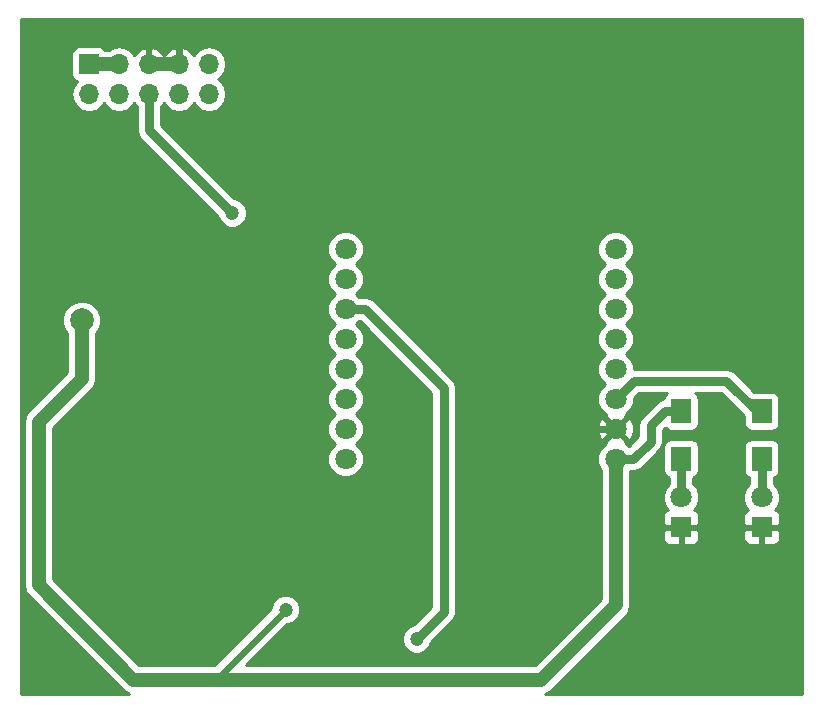
<source format=gbr>
G04 #@! TF.FileFunction,Copper,L1,Top,Signal*
%FSLAX46Y46*%
G04 Gerber Fmt 4.6, Leading zero omitted, Abs format (unit mm)*
G04 Created by KiCad (PCBNEW 4.0.7-e2-6376~61~ubuntu18.04.1) date Mon Dec  9 13:49:03 2019*
%MOMM*%
%LPD*%
G01*
G04 APERTURE LIST*
%ADD10C,0.100000*%
%ADD11R,1.700000X1.700000*%
%ADD12O,1.700000X1.700000*%
%ADD13R,1.800000X1.800000*%
%ADD14C,1.800000*%
%ADD15C,1.998980*%
%ADD16R,1.700000X2.000000*%
%ADD17C,1.200000*%
%ADD18C,1.200000*%
%ADD19C,0.600000*%
%ADD20C,0.800000*%
%ADD21C,0.254000*%
G04 APERTURE END LIST*
D10*
D11*
X51511200Y-35915600D03*
D12*
X51511200Y-38455600D03*
X54051200Y-35915600D03*
X54051200Y-38455600D03*
X56591200Y-35915600D03*
X56591200Y-38455600D03*
X59131200Y-35915600D03*
X59131200Y-38455600D03*
X61671200Y-35915600D03*
X61671200Y-38455600D03*
D13*
X108458000Y-75133200D03*
D14*
X108458000Y-72593200D03*
D13*
X101650800Y-75133200D03*
D14*
X101650800Y-72593200D03*
D15*
X50901600Y-57607200D03*
D14*
X73240900Y-51562000D03*
X73240900Y-54102000D03*
X73240900Y-56642000D03*
X73240900Y-59182000D03*
X73240900Y-61722000D03*
X73240900Y-64262000D03*
X73240900Y-66802000D03*
X73240900Y-69342000D03*
X96100900Y-69342000D03*
X96100900Y-66802000D03*
X96100900Y-64262000D03*
X96100900Y-61722000D03*
X96100900Y-59182000D03*
X96100900Y-56642000D03*
X96100900Y-54102000D03*
X96100900Y-51562000D03*
D16*
X108458000Y-69310000D03*
X108458000Y-65310000D03*
X101650800Y-69310000D03*
X101650800Y-65310000D03*
D17*
X63804800Y-44399200D03*
X63804800Y-45669200D03*
X65430400Y-56896000D03*
X66852800Y-58318400D03*
X54406800Y-66040000D03*
X53289200Y-67157600D03*
X56591200Y-76809600D03*
X57708800Y-78028800D03*
X81940400Y-59537600D03*
X68173600Y-86106000D03*
X58674000Y-66954400D03*
X68173600Y-82092800D03*
X79248000Y-84582000D03*
X63652400Y-48514000D03*
D18*
X56591200Y-35915600D02*
X59131200Y-35915600D01*
D19*
X59131200Y-35915600D02*
X59131200Y-34239200D01*
X59131200Y-34239200D02*
X59791600Y-33578800D01*
X59791600Y-33578800D02*
X65582800Y-33578800D01*
X65582800Y-33578800D02*
X69443600Y-37439600D01*
X69443600Y-37439600D02*
X69443600Y-38760400D01*
X69443600Y-38760400D02*
X63804800Y-44399200D01*
X63804800Y-45669200D02*
X68072000Y-49936400D01*
X68072000Y-49936400D02*
X68072000Y-54254400D01*
X68072000Y-54254400D02*
X65430400Y-56896000D01*
X66852800Y-58318400D02*
X60807600Y-64363600D01*
X60807600Y-64363600D02*
X56083200Y-64363600D01*
X56083200Y-64363600D02*
X54406800Y-66040000D01*
X53289200Y-67157600D02*
X49733200Y-70713600D01*
X49733200Y-70713600D02*
X49733200Y-75742800D01*
X49733200Y-75742800D02*
X50901600Y-76911200D01*
X50901600Y-76911200D02*
X56489600Y-76911200D01*
X56489600Y-76911200D02*
X56591200Y-76809600D01*
X96100900Y-66802000D02*
X89204800Y-66802000D01*
X89204800Y-66802000D02*
X81940400Y-59537600D01*
D20*
X108458000Y-69310000D02*
X108458000Y-72593200D01*
D19*
X62179200Y-87884000D02*
X62179200Y-88036400D01*
X62230000Y-87934800D02*
X62179200Y-87884000D01*
X62230000Y-88036400D02*
X62230000Y-87934800D01*
X68173600Y-82092800D02*
X62230000Y-88036400D01*
D18*
X50901600Y-57607200D02*
X50901600Y-62534800D01*
X96100900Y-81749900D02*
X96100900Y-69342000D01*
X89814400Y-88036400D02*
X96100900Y-81749900D01*
X55270400Y-88036400D02*
X62179200Y-88036400D01*
X62179200Y-88036400D02*
X62788800Y-88036400D01*
X62788800Y-88036400D02*
X89814400Y-88036400D01*
X47244000Y-80010000D02*
X55270400Y-88036400D01*
X47244000Y-66192400D02*
X47244000Y-80010000D01*
X50901600Y-62534800D02*
X47244000Y-66192400D01*
D20*
X101650800Y-65310000D02*
X100247200Y-65310000D01*
X100247200Y-65310000D02*
X99060000Y-66497200D01*
X99060000Y-66497200D02*
X99060000Y-67868800D01*
X99060000Y-67868800D02*
X97586800Y-69342000D01*
X97586800Y-69342000D02*
X96100900Y-69342000D01*
X73240900Y-56642000D02*
X74879200Y-56642000D01*
X81534000Y-82296000D02*
X79248000Y-84582000D01*
X81534000Y-63296800D02*
X81534000Y-82296000D01*
X74879200Y-56642000D02*
X81534000Y-63296800D01*
X108458000Y-65310000D02*
X108032800Y-65310000D01*
X108032800Y-65310000D02*
X105460800Y-62738000D01*
X105460800Y-62738000D02*
X97624900Y-62738000D01*
X97624900Y-62738000D02*
X96100900Y-64262000D01*
D18*
X51511200Y-35915600D02*
X54051200Y-35915600D01*
D20*
X101650800Y-69310000D02*
X101650800Y-72593200D01*
X56591200Y-38455600D02*
X56591200Y-41503600D01*
X63601600Y-48514000D02*
X63652400Y-48514000D01*
X56591200Y-41503600D02*
X63601600Y-48514000D01*
D21*
G36*
X111913600Y-89206000D02*
X90143187Y-89206000D01*
X90287014Y-89177391D01*
X90687677Y-88909677D01*
X96974177Y-82623177D01*
X97241891Y-82222514D01*
X97335900Y-81749900D01*
X97335900Y-75418950D01*
X100115800Y-75418950D01*
X100115800Y-76159509D01*
X100212473Y-76392898D01*
X100391101Y-76571527D01*
X100624490Y-76668200D01*
X101365050Y-76668200D01*
X101523800Y-76509450D01*
X101523800Y-75260200D01*
X101777800Y-75260200D01*
X101777800Y-76509450D01*
X101936550Y-76668200D01*
X102677110Y-76668200D01*
X102910499Y-76571527D01*
X103089127Y-76392898D01*
X103185800Y-76159509D01*
X103185800Y-75418950D01*
X106923000Y-75418950D01*
X106923000Y-76159509D01*
X107019673Y-76392898D01*
X107198301Y-76571527D01*
X107431690Y-76668200D01*
X108172250Y-76668200D01*
X108331000Y-76509450D01*
X108331000Y-75260200D01*
X108585000Y-75260200D01*
X108585000Y-76509450D01*
X108743750Y-76668200D01*
X109484310Y-76668200D01*
X109717699Y-76571527D01*
X109896327Y-76392898D01*
X109993000Y-76159509D01*
X109993000Y-75418950D01*
X109834250Y-75260200D01*
X108585000Y-75260200D01*
X108331000Y-75260200D01*
X107081750Y-75260200D01*
X106923000Y-75418950D01*
X103185800Y-75418950D01*
X103027050Y-75260200D01*
X101777800Y-75260200D01*
X101523800Y-75260200D01*
X100274550Y-75260200D01*
X100115800Y-75418950D01*
X97335900Y-75418950D01*
X97335900Y-72897191D01*
X100115535Y-72897191D01*
X100348732Y-73461571D01*
X100525892Y-73639041D01*
X100391101Y-73694873D01*
X100212473Y-73873502D01*
X100115800Y-74106891D01*
X100115800Y-74847450D01*
X100274550Y-75006200D01*
X101523800Y-75006200D01*
X101523800Y-74986200D01*
X101777800Y-74986200D01*
X101777800Y-75006200D01*
X103027050Y-75006200D01*
X103185800Y-74847450D01*
X103185800Y-74106891D01*
X103089127Y-73873502D01*
X102910499Y-73694873D01*
X102775806Y-73639081D01*
X102951351Y-73463843D01*
X103185533Y-72899870D01*
X103185535Y-72897191D01*
X106922735Y-72897191D01*
X107155932Y-73461571D01*
X107333092Y-73639041D01*
X107198301Y-73694873D01*
X107019673Y-73873502D01*
X106923000Y-74106891D01*
X106923000Y-74847450D01*
X107081750Y-75006200D01*
X108331000Y-75006200D01*
X108331000Y-74986200D01*
X108585000Y-74986200D01*
X108585000Y-75006200D01*
X109834250Y-75006200D01*
X109993000Y-74847450D01*
X109993000Y-74106891D01*
X109896327Y-73873502D01*
X109717699Y-73694873D01*
X109583006Y-73639081D01*
X109758551Y-73463843D01*
X109992733Y-72899870D01*
X109993265Y-72289209D01*
X109760068Y-71724829D01*
X109493000Y-71457294D01*
X109493000Y-70922630D01*
X109543317Y-70913162D01*
X109759441Y-70774090D01*
X109904431Y-70561890D01*
X109955440Y-70310000D01*
X109955440Y-68310000D01*
X109911162Y-68074683D01*
X109772090Y-67858559D01*
X109559890Y-67713569D01*
X109308000Y-67662560D01*
X107608000Y-67662560D01*
X107372683Y-67706838D01*
X107156559Y-67845910D01*
X107011569Y-68058110D01*
X106960560Y-68310000D01*
X106960560Y-70310000D01*
X107004838Y-70545317D01*
X107143910Y-70761441D01*
X107356110Y-70906431D01*
X107423000Y-70919977D01*
X107423000Y-71457470D01*
X107157449Y-71722557D01*
X106923267Y-72286530D01*
X106922735Y-72897191D01*
X103185535Y-72897191D01*
X103186065Y-72289209D01*
X102952868Y-71724829D01*
X102685800Y-71457294D01*
X102685800Y-70922630D01*
X102736117Y-70913162D01*
X102952241Y-70774090D01*
X103097231Y-70561890D01*
X103148240Y-70310000D01*
X103148240Y-68310000D01*
X103103962Y-68074683D01*
X102964890Y-67858559D01*
X102752690Y-67713569D01*
X102500800Y-67662560D01*
X100800800Y-67662560D01*
X100565483Y-67706838D01*
X100349359Y-67845910D01*
X100204369Y-68058110D01*
X100153360Y-68310000D01*
X100153360Y-70310000D01*
X100197638Y-70545317D01*
X100336710Y-70761441D01*
X100548910Y-70906431D01*
X100615800Y-70919977D01*
X100615800Y-71457470D01*
X100350249Y-71722557D01*
X100116067Y-72286530D01*
X100115535Y-72897191D01*
X97335900Y-72897191D01*
X97335900Y-70377000D01*
X97586795Y-70377000D01*
X97586800Y-70377001D01*
X97982877Y-70298215D01*
X98318656Y-70073856D01*
X99791853Y-68600658D01*
X99791856Y-68600656D01*
X99956809Y-68353785D01*
X100016215Y-68264878D01*
X100095000Y-67868800D01*
X100095000Y-66925912D01*
X100306468Y-66714444D01*
X100336710Y-66761441D01*
X100548910Y-66906431D01*
X100800800Y-66957440D01*
X102500800Y-66957440D01*
X102736117Y-66913162D01*
X102952241Y-66774090D01*
X103097231Y-66561890D01*
X103148240Y-66310000D01*
X103148240Y-64310000D01*
X103103962Y-64074683D01*
X102964890Y-63858559D01*
X102839670Y-63773000D01*
X105032088Y-63773000D01*
X106960560Y-65701471D01*
X106960560Y-66310000D01*
X107004838Y-66545317D01*
X107143910Y-66761441D01*
X107356110Y-66906431D01*
X107608000Y-66957440D01*
X109308000Y-66957440D01*
X109543317Y-66913162D01*
X109759441Y-66774090D01*
X109904431Y-66561890D01*
X109955440Y-66310000D01*
X109955440Y-64310000D01*
X109911162Y-64074683D01*
X109772090Y-63858559D01*
X109559890Y-63713569D01*
X109308000Y-63662560D01*
X107849071Y-63662560D01*
X106192656Y-62006144D01*
X105856877Y-61781785D01*
X105460800Y-61702999D01*
X105460795Y-61703000D01*
X97635917Y-61703000D01*
X97636165Y-61418009D01*
X97402968Y-60853629D01*
X97001718Y-60451677D01*
X97401451Y-60052643D01*
X97635633Y-59488670D01*
X97636165Y-58878009D01*
X97402968Y-58313629D01*
X97001718Y-57911677D01*
X97401451Y-57512643D01*
X97635633Y-56948670D01*
X97636165Y-56338009D01*
X97402968Y-55773629D01*
X97001718Y-55371677D01*
X97401451Y-54972643D01*
X97635633Y-54408670D01*
X97636165Y-53798009D01*
X97402968Y-53233629D01*
X97001718Y-52831677D01*
X97401451Y-52432643D01*
X97635633Y-51868670D01*
X97636165Y-51258009D01*
X97402968Y-50693629D01*
X96971543Y-50261449D01*
X96407570Y-50027267D01*
X95796909Y-50026735D01*
X95232529Y-50259932D01*
X94800349Y-50691357D01*
X94566167Y-51255330D01*
X94565635Y-51865991D01*
X94798832Y-52430371D01*
X95200082Y-52832323D01*
X94800349Y-53231357D01*
X94566167Y-53795330D01*
X94565635Y-54405991D01*
X94798832Y-54970371D01*
X95200082Y-55372323D01*
X94800349Y-55771357D01*
X94566167Y-56335330D01*
X94565635Y-56945991D01*
X94798832Y-57510371D01*
X95200082Y-57912323D01*
X94800349Y-58311357D01*
X94566167Y-58875330D01*
X94565635Y-59485991D01*
X94798832Y-60050371D01*
X95200082Y-60452323D01*
X94800349Y-60851357D01*
X94566167Y-61415330D01*
X94565635Y-62025991D01*
X94798832Y-62590371D01*
X95200082Y-62992323D01*
X94800349Y-63391357D01*
X94566167Y-63955330D01*
X94565635Y-64565991D01*
X94798832Y-65130371D01*
X95230257Y-65562551D01*
X95251094Y-65571203D01*
X95200346Y-65721841D01*
X96100900Y-66622395D01*
X97001454Y-65721841D01*
X96950865Y-65571673D01*
X96969271Y-65564068D01*
X97401451Y-65132643D01*
X97635633Y-64568670D01*
X97635962Y-64190649D01*
X98053611Y-63773000D01*
X100462664Y-63773000D01*
X100349359Y-63845910D01*
X100204369Y-64058110D01*
X100156807Y-64292980D01*
X99851122Y-64353785D01*
X99716629Y-64443651D01*
X99515344Y-64578144D01*
X99515342Y-64578147D01*
X98328144Y-65765344D01*
X98103785Y-66101123D01*
X98024999Y-66497200D01*
X98025000Y-66497205D01*
X98025000Y-67440089D01*
X97197393Y-68267695D01*
X96971543Y-68041449D01*
X96950706Y-68032797D01*
X97001454Y-67882159D01*
X96100900Y-66981605D01*
X95200346Y-67882159D01*
X95250935Y-68032327D01*
X95232529Y-68039932D01*
X94800349Y-68471357D01*
X94566167Y-69035330D01*
X94565635Y-69645991D01*
X94798832Y-70210371D01*
X94865900Y-70277556D01*
X94865900Y-81238346D01*
X89302846Y-86801400D01*
X64787290Y-86801400D01*
X68260813Y-83327877D01*
X68418179Y-83328014D01*
X68872257Y-83140392D01*
X69219971Y-82793285D01*
X69408385Y-82339534D01*
X69408814Y-81848221D01*
X69221192Y-81394143D01*
X68874085Y-81046429D01*
X68420334Y-80858015D01*
X67929021Y-80857586D01*
X67474943Y-81045208D01*
X67127229Y-81392315D01*
X66938815Y-81846066D01*
X66938676Y-82005434D01*
X62142710Y-86801400D01*
X55781954Y-86801400D01*
X48479000Y-79498446D01*
X48479000Y-66703954D01*
X51774877Y-63408077D01*
X52042591Y-63007414D01*
X52136601Y-62534800D01*
X52136600Y-62534795D01*
X52136600Y-58683858D01*
X52286446Y-58534273D01*
X52535806Y-57933747D01*
X52536374Y-57283506D01*
X52288062Y-56682545D01*
X51828673Y-56222354D01*
X51228147Y-55972994D01*
X50577906Y-55972426D01*
X49976945Y-56220738D01*
X49516754Y-56680127D01*
X49267394Y-57280653D01*
X49266826Y-57930894D01*
X49515138Y-58531855D01*
X49666600Y-58683581D01*
X49666600Y-62023246D01*
X46370723Y-65319123D01*
X46103009Y-65719786D01*
X46009000Y-66192400D01*
X46009000Y-80010000D01*
X46103009Y-80482614D01*
X46370723Y-80883277D01*
X54397123Y-88909677D01*
X54797786Y-89177391D01*
X54941613Y-89206000D01*
X45769600Y-89206000D01*
X45769600Y-51865991D01*
X71705635Y-51865991D01*
X71938832Y-52430371D01*
X72340082Y-52832323D01*
X71940349Y-53231357D01*
X71706167Y-53795330D01*
X71705635Y-54405991D01*
X71938832Y-54970371D01*
X72340082Y-55372323D01*
X71940349Y-55771357D01*
X71706167Y-56335330D01*
X71705635Y-56945991D01*
X71938832Y-57510371D01*
X72340082Y-57912323D01*
X71940349Y-58311357D01*
X71706167Y-58875330D01*
X71705635Y-59485991D01*
X71938832Y-60050371D01*
X72340082Y-60452323D01*
X71940349Y-60851357D01*
X71706167Y-61415330D01*
X71705635Y-62025991D01*
X71938832Y-62590371D01*
X72340082Y-62992323D01*
X71940349Y-63391357D01*
X71706167Y-63955330D01*
X71705635Y-64565991D01*
X71938832Y-65130371D01*
X72340082Y-65532323D01*
X71940349Y-65931357D01*
X71706167Y-66495330D01*
X71705635Y-67105991D01*
X71938832Y-67670371D01*
X72340082Y-68072323D01*
X71940349Y-68471357D01*
X71706167Y-69035330D01*
X71705635Y-69645991D01*
X71938832Y-70210371D01*
X72370257Y-70642551D01*
X72934230Y-70876733D01*
X73544891Y-70877265D01*
X74109271Y-70644068D01*
X74541451Y-70212643D01*
X74775633Y-69648670D01*
X74776165Y-69038009D01*
X74542968Y-68473629D01*
X74141718Y-68071677D01*
X74541451Y-67672643D01*
X74775633Y-67108670D01*
X74776165Y-66498009D01*
X74542968Y-65933629D01*
X74141718Y-65531677D01*
X74541451Y-65132643D01*
X74775633Y-64568670D01*
X74776165Y-63958009D01*
X74542968Y-63393629D01*
X74141718Y-62991677D01*
X74541451Y-62592643D01*
X74775633Y-62028670D01*
X74776165Y-61418009D01*
X74542968Y-60853629D01*
X74141718Y-60451677D01*
X74541451Y-60052643D01*
X74775633Y-59488670D01*
X74776165Y-58878009D01*
X74542968Y-58313629D01*
X74141718Y-57911677D01*
X74376806Y-57677000D01*
X74450488Y-57677000D01*
X80499000Y-63725511D01*
X80499000Y-81867289D01*
X79019488Y-83346800D01*
X79003421Y-83346786D01*
X78549343Y-83534408D01*
X78201629Y-83881515D01*
X78013215Y-84335266D01*
X78012786Y-84826579D01*
X78200408Y-85280657D01*
X78547515Y-85628371D01*
X79001266Y-85816785D01*
X79492579Y-85817214D01*
X79946657Y-85629592D01*
X80294371Y-85282485D01*
X80482785Y-84828734D01*
X80482801Y-84810911D01*
X82265853Y-83027858D01*
X82265856Y-83027856D01*
X82400349Y-82826571D01*
X82490215Y-82692078D01*
X82569001Y-82296000D01*
X82569000Y-82295995D01*
X82569000Y-66561336D01*
X94554442Y-66561336D01*
X94580061Y-67171460D01*
X94764257Y-67616148D01*
X95020741Y-67702554D01*
X95921295Y-66802000D01*
X96280505Y-66802000D01*
X97181059Y-67702554D01*
X97437543Y-67616148D01*
X97647358Y-67042664D01*
X97621739Y-66432540D01*
X97437543Y-65987852D01*
X97181059Y-65901446D01*
X96280505Y-66802000D01*
X95921295Y-66802000D01*
X95020741Y-65901446D01*
X94764257Y-65987852D01*
X94554442Y-66561336D01*
X82569000Y-66561336D01*
X82569000Y-63296800D01*
X82561030Y-63256733D01*
X82490215Y-62900722D01*
X82400349Y-62766229D01*
X82265856Y-62564944D01*
X82265853Y-62564942D01*
X75611056Y-55910144D01*
X75275277Y-55685785D01*
X74879200Y-55606999D01*
X74879195Y-55607000D01*
X74376630Y-55607000D01*
X74141718Y-55371677D01*
X74541451Y-54972643D01*
X74775633Y-54408670D01*
X74776165Y-53798009D01*
X74542968Y-53233629D01*
X74141718Y-52831677D01*
X74541451Y-52432643D01*
X74775633Y-51868670D01*
X74776165Y-51258009D01*
X74542968Y-50693629D01*
X74111543Y-50261449D01*
X73547570Y-50027267D01*
X72936909Y-50026735D01*
X72372529Y-50259932D01*
X71940349Y-50691357D01*
X71706167Y-51255330D01*
X71705635Y-51865991D01*
X45769600Y-51865991D01*
X45769600Y-35065600D01*
X50013760Y-35065600D01*
X50013760Y-36765600D01*
X50058038Y-37000917D01*
X50197110Y-37217041D01*
X50409310Y-37362031D01*
X50465654Y-37373441D01*
X50461146Y-37376453D01*
X50139239Y-37858222D01*
X50026200Y-38426507D01*
X50026200Y-38484693D01*
X50139239Y-39052978D01*
X50461146Y-39534747D01*
X50942915Y-39856654D01*
X51511200Y-39969693D01*
X52079485Y-39856654D01*
X52561254Y-39534747D01*
X52781200Y-39205574D01*
X53001146Y-39534747D01*
X53482915Y-39856654D01*
X54051200Y-39969693D01*
X54619485Y-39856654D01*
X55101254Y-39534747D01*
X55321200Y-39205574D01*
X55541146Y-39534747D01*
X55556200Y-39544806D01*
X55556200Y-41503595D01*
X55556199Y-41503600D01*
X55634985Y-41899677D01*
X55859344Y-42235456D01*
X62441632Y-48817743D01*
X62604808Y-49212657D01*
X62951915Y-49560371D01*
X63405666Y-49748785D01*
X63896979Y-49749214D01*
X64351057Y-49561592D01*
X64698771Y-49214485D01*
X64887185Y-48760734D01*
X64887614Y-48269421D01*
X64699992Y-47815343D01*
X64352885Y-47467629D01*
X63899134Y-47279215D01*
X63830466Y-47279155D01*
X57626200Y-41074888D01*
X57626200Y-39544806D01*
X57641254Y-39534747D01*
X57861200Y-39205574D01*
X58081146Y-39534747D01*
X58562915Y-39856654D01*
X59131200Y-39969693D01*
X59699485Y-39856654D01*
X60181254Y-39534747D01*
X60401200Y-39205574D01*
X60621146Y-39534747D01*
X61102915Y-39856654D01*
X61671200Y-39969693D01*
X62239485Y-39856654D01*
X62721254Y-39534747D01*
X63043161Y-39052978D01*
X63156200Y-38484693D01*
X63156200Y-38426507D01*
X63043161Y-37858222D01*
X62721254Y-37376453D01*
X62435622Y-37185600D01*
X62721254Y-36994747D01*
X63043161Y-36512978D01*
X63156200Y-35944693D01*
X63156200Y-35886507D01*
X63043161Y-35318222D01*
X62721254Y-34836453D01*
X62239485Y-34514546D01*
X61671200Y-34401507D01*
X61102915Y-34514546D01*
X60621146Y-34836453D01*
X60393498Y-35177153D01*
X60326383Y-35034242D01*
X59898124Y-34643955D01*
X59488090Y-34474124D01*
X59258200Y-34595445D01*
X59258200Y-35788600D01*
X59278200Y-35788600D01*
X59278200Y-36042600D01*
X59258200Y-36042600D01*
X59258200Y-36062600D01*
X59004200Y-36062600D01*
X59004200Y-36042600D01*
X56718200Y-36042600D01*
X56718200Y-36062600D01*
X56464200Y-36062600D01*
X56464200Y-36042600D01*
X56444200Y-36042600D01*
X56444200Y-35788600D01*
X56464200Y-35788600D01*
X56464200Y-34595445D01*
X56718200Y-34595445D01*
X56718200Y-35788600D01*
X59004200Y-35788600D01*
X59004200Y-34595445D01*
X58774310Y-34474124D01*
X58364276Y-34643955D01*
X57936017Y-35034242D01*
X57861200Y-35193554D01*
X57786383Y-35034242D01*
X57358124Y-34643955D01*
X56948090Y-34474124D01*
X56718200Y-34595445D01*
X56464200Y-34595445D01*
X56234310Y-34474124D01*
X55824276Y-34643955D01*
X55396017Y-35034242D01*
X55328902Y-35177153D01*
X55101254Y-34836453D01*
X54619485Y-34514546D01*
X54051200Y-34401507D01*
X53482915Y-34514546D01*
X53234397Y-34680600D01*
X52868044Y-34680600D01*
X52825290Y-34614159D01*
X52613090Y-34469169D01*
X52361200Y-34418160D01*
X50661200Y-34418160D01*
X50425883Y-34462438D01*
X50209759Y-34601510D01*
X50064769Y-34813710D01*
X50013760Y-35065600D01*
X45769600Y-35065600D01*
X45769600Y-32053600D01*
X111913600Y-32053600D01*
X111913600Y-89206000D01*
X111913600Y-89206000D01*
G37*
X111913600Y-89206000D02*
X90143187Y-89206000D01*
X90287014Y-89177391D01*
X90687677Y-88909677D01*
X96974177Y-82623177D01*
X97241891Y-82222514D01*
X97335900Y-81749900D01*
X97335900Y-75418950D01*
X100115800Y-75418950D01*
X100115800Y-76159509D01*
X100212473Y-76392898D01*
X100391101Y-76571527D01*
X100624490Y-76668200D01*
X101365050Y-76668200D01*
X101523800Y-76509450D01*
X101523800Y-75260200D01*
X101777800Y-75260200D01*
X101777800Y-76509450D01*
X101936550Y-76668200D01*
X102677110Y-76668200D01*
X102910499Y-76571527D01*
X103089127Y-76392898D01*
X103185800Y-76159509D01*
X103185800Y-75418950D01*
X106923000Y-75418950D01*
X106923000Y-76159509D01*
X107019673Y-76392898D01*
X107198301Y-76571527D01*
X107431690Y-76668200D01*
X108172250Y-76668200D01*
X108331000Y-76509450D01*
X108331000Y-75260200D01*
X108585000Y-75260200D01*
X108585000Y-76509450D01*
X108743750Y-76668200D01*
X109484310Y-76668200D01*
X109717699Y-76571527D01*
X109896327Y-76392898D01*
X109993000Y-76159509D01*
X109993000Y-75418950D01*
X109834250Y-75260200D01*
X108585000Y-75260200D01*
X108331000Y-75260200D01*
X107081750Y-75260200D01*
X106923000Y-75418950D01*
X103185800Y-75418950D01*
X103027050Y-75260200D01*
X101777800Y-75260200D01*
X101523800Y-75260200D01*
X100274550Y-75260200D01*
X100115800Y-75418950D01*
X97335900Y-75418950D01*
X97335900Y-72897191D01*
X100115535Y-72897191D01*
X100348732Y-73461571D01*
X100525892Y-73639041D01*
X100391101Y-73694873D01*
X100212473Y-73873502D01*
X100115800Y-74106891D01*
X100115800Y-74847450D01*
X100274550Y-75006200D01*
X101523800Y-75006200D01*
X101523800Y-74986200D01*
X101777800Y-74986200D01*
X101777800Y-75006200D01*
X103027050Y-75006200D01*
X103185800Y-74847450D01*
X103185800Y-74106891D01*
X103089127Y-73873502D01*
X102910499Y-73694873D01*
X102775806Y-73639081D01*
X102951351Y-73463843D01*
X103185533Y-72899870D01*
X103185535Y-72897191D01*
X106922735Y-72897191D01*
X107155932Y-73461571D01*
X107333092Y-73639041D01*
X107198301Y-73694873D01*
X107019673Y-73873502D01*
X106923000Y-74106891D01*
X106923000Y-74847450D01*
X107081750Y-75006200D01*
X108331000Y-75006200D01*
X108331000Y-74986200D01*
X108585000Y-74986200D01*
X108585000Y-75006200D01*
X109834250Y-75006200D01*
X109993000Y-74847450D01*
X109993000Y-74106891D01*
X109896327Y-73873502D01*
X109717699Y-73694873D01*
X109583006Y-73639081D01*
X109758551Y-73463843D01*
X109992733Y-72899870D01*
X109993265Y-72289209D01*
X109760068Y-71724829D01*
X109493000Y-71457294D01*
X109493000Y-70922630D01*
X109543317Y-70913162D01*
X109759441Y-70774090D01*
X109904431Y-70561890D01*
X109955440Y-70310000D01*
X109955440Y-68310000D01*
X109911162Y-68074683D01*
X109772090Y-67858559D01*
X109559890Y-67713569D01*
X109308000Y-67662560D01*
X107608000Y-67662560D01*
X107372683Y-67706838D01*
X107156559Y-67845910D01*
X107011569Y-68058110D01*
X106960560Y-68310000D01*
X106960560Y-70310000D01*
X107004838Y-70545317D01*
X107143910Y-70761441D01*
X107356110Y-70906431D01*
X107423000Y-70919977D01*
X107423000Y-71457470D01*
X107157449Y-71722557D01*
X106923267Y-72286530D01*
X106922735Y-72897191D01*
X103185535Y-72897191D01*
X103186065Y-72289209D01*
X102952868Y-71724829D01*
X102685800Y-71457294D01*
X102685800Y-70922630D01*
X102736117Y-70913162D01*
X102952241Y-70774090D01*
X103097231Y-70561890D01*
X103148240Y-70310000D01*
X103148240Y-68310000D01*
X103103962Y-68074683D01*
X102964890Y-67858559D01*
X102752690Y-67713569D01*
X102500800Y-67662560D01*
X100800800Y-67662560D01*
X100565483Y-67706838D01*
X100349359Y-67845910D01*
X100204369Y-68058110D01*
X100153360Y-68310000D01*
X100153360Y-70310000D01*
X100197638Y-70545317D01*
X100336710Y-70761441D01*
X100548910Y-70906431D01*
X100615800Y-70919977D01*
X100615800Y-71457470D01*
X100350249Y-71722557D01*
X100116067Y-72286530D01*
X100115535Y-72897191D01*
X97335900Y-72897191D01*
X97335900Y-70377000D01*
X97586795Y-70377000D01*
X97586800Y-70377001D01*
X97982877Y-70298215D01*
X98318656Y-70073856D01*
X99791853Y-68600658D01*
X99791856Y-68600656D01*
X99956809Y-68353785D01*
X100016215Y-68264878D01*
X100095000Y-67868800D01*
X100095000Y-66925912D01*
X100306468Y-66714444D01*
X100336710Y-66761441D01*
X100548910Y-66906431D01*
X100800800Y-66957440D01*
X102500800Y-66957440D01*
X102736117Y-66913162D01*
X102952241Y-66774090D01*
X103097231Y-66561890D01*
X103148240Y-66310000D01*
X103148240Y-64310000D01*
X103103962Y-64074683D01*
X102964890Y-63858559D01*
X102839670Y-63773000D01*
X105032088Y-63773000D01*
X106960560Y-65701471D01*
X106960560Y-66310000D01*
X107004838Y-66545317D01*
X107143910Y-66761441D01*
X107356110Y-66906431D01*
X107608000Y-66957440D01*
X109308000Y-66957440D01*
X109543317Y-66913162D01*
X109759441Y-66774090D01*
X109904431Y-66561890D01*
X109955440Y-66310000D01*
X109955440Y-64310000D01*
X109911162Y-64074683D01*
X109772090Y-63858559D01*
X109559890Y-63713569D01*
X109308000Y-63662560D01*
X107849071Y-63662560D01*
X106192656Y-62006144D01*
X105856877Y-61781785D01*
X105460800Y-61702999D01*
X105460795Y-61703000D01*
X97635917Y-61703000D01*
X97636165Y-61418009D01*
X97402968Y-60853629D01*
X97001718Y-60451677D01*
X97401451Y-60052643D01*
X97635633Y-59488670D01*
X97636165Y-58878009D01*
X97402968Y-58313629D01*
X97001718Y-57911677D01*
X97401451Y-57512643D01*
X97635633Y-56948670D01*
X97636165Y-56338009D01*
X97402968Y-55773629D01*
X97001718Y-55371677D01*
X97401451Y-54972643D01*
X97635633Y-54408670D01*
X97636165Y-53798009D01*
X97402968Y-53233629D01*
X97001718Y-52831677D01*
X97401451Y-52432643D01*
X97635633Y-51868670D01*
X97636165Y-51258009D01*
X97402968Y-50693629D01*
X96971543Y-50261449D01*
X96407570Y-50027267D01*
X95796909Y-50026735D01*
X95232529Y-50259932D01*
X94800349Y-50691357D01*
X94566167Y-51255330D01*
X94565635Y-51865991D01*
X94798832Y-52430371D01*
X95200082Y-52832323D01*
X94800349Y-53231357D01*
X94566167Y-53795330D01*
X94565635Y-54405991D01*
X94798832Y-54970371D01*
X95200082Y-55372323D01*
X94800349Y-55771357D01*
X94566167Y-56335330D01*
X94565635Y-56945991D01*
X94798832Y-57510371D01*
X95200082Y-57912323D01*
X94800349Y-58311357D01*
X94566167Y-58875330D01*
X94565635Y-59485991D01*
X94798832Y-60050371D01*
X95200082Y-60452323D01*
X94800349Y-60851357D01*
X94566167Y-61415330D01*
X94565635Y-62025991D01*
X94798832Y-62590371D01*
X95200082Y-62992323D01*
X94800349Y-63391357D01*
X94566167Y-63955330D01*
X94565635Y-64565991D01*
X94798832Y-65130371D01*
X95230257Y-65562551D01*
X95251094Y-65571203D01*
X95200346Y-65721841D01*
X96100900Y-66622395D01*
X97001454Y-65721841D01*
X96950865Y-65571673D01*
X96969271Y-65564068D01*
X97401451Y-65132643D01*
X97635633Y-64568670D01*
X97635962Y-64190649D01*
X98053611Y-63773000D01*
X100462664Y-63773000D01*
X100349359Y-63845910D01*
X100204369Y-64058110D01*
X100156807Y-64292980D01*
X99851122Y-64353785D01*
X99716629Y-64443651D01*
X99515344Y-64578144D01*
X99515342Y-64578147D01*
X98328144Y-65765344D01*
X98103785Y-66101123D01*
X98024999Y-66497200D01*
X98025000Y-66497205D01*
X98025000Y-67440089D01*
X97197393Y-68267695D01*
X96971543Y-68041449D01*
X96950706Y-68032797D01*
X97001454Y-67882159D01*
X96100900Y-66981605D01*
X95200346Y-67882159D01*
X95250935Y-68032327D01*
X95232529Y-68039932D01*
X94800349Y-68471357D01*
X94566167Y-69035330D01*
X94565635Y-69645991D01*
X94798832Y-70210371D01*
X94865900Y-70277556D01*
X94865900Y-81238346D01*
X89302846Y-86801400D01*
X64787290Y-86801400D01*
X68260813Y-83327877D01*
X68418179Y-83328014D01*
X68872257Y-83140392D01*
X69219971Y-82793285D01*
X69408385Y-82339534D01*
X69408814Y-81848221D01*
X69221192Y-81394143D01*
X68874085Y-81046429D01*
X68420334Y-80858015D01*
X67929021Y-80857586D01*
X67474943Y-81045208D01*
X67127229Y-81392315D01*
X66938815Y-81846066D01*
X66938676Y-82005434D01*
X62142710Y-86801400D01*
X55781954Y-86801400D01*
X48479000Y-79498446D01*
X48479000Y-66703954D01*
X51774877Y-63408077D01*
X52042591Y-63007414D01*
X52136601Y-62534800D01*
X52136600Y-62534795D01*
X52136600Y-58683858D01*
X52286446Y-58534273D01*
X52535806Y-57933747D01*
X52536374Y-57283506D01*
X52288062Y-56682545D01*
X51828673Y-56222354D01*
X51228147Y-55972994D01*
X50577906Y-55972426D01*
X49976945Y-56220738D01*
X49516754Y-56680127D01*
X49267394Y-57280653D01*
X49266826Y-57930894D01*
X49515138Y-58531855D01*
X49666600Y-58683581D01*
X49666600Y-62023246D01*
X46370723Y-65319123D01*
X46103009Y-65719786D01*
X46009000Y-66192400D01*
X46009000Y-80010000D01*
X46103009Y-80482614D01*
X46370723Y-80883277D01*
X54397123Y-88909677D01*
X54797786Y-89177391D01*
X54941613Y-89206000D01*
X45769600Y-89206000D01*
X45769600Y-51865991D01*
X71705635Y-51865991D01*
X71938832Y-52430371D01*
X72340082Y-52832323D01*
X71940349Y-53231357D01*
X71706167Y-53795330D01*
X71705635Y-54405991D01*
X71938832Y-54970371D01*
X72340082Y-55372323D01*
X71940349Y-55771357D01*
X71706167Y-56335330D01*
X71705635Y-56945991D01*
X71938832Y-57510371D01*
X72340082Y-57912323D01*
X71940349Y-58311357D01*
X71706167Y-58875330D01*
X71705635Y-59485991D01*
X71938832Y-60050371D01*
X72340082Y-60452323D01*
X71940349Y-60851357D01*
X71706167Y-61415330D01*
X71705635Y-62025991D01*
X71938832Y-62590371D01*
X72340082Y-62992323D01*
X71940349Y-63391357D01*
X71706167Y-63955330D01*
X71705635Y-64565991D01*
X71938832Y-65130371D01*
X72340082Y-65532323D01*
X71940349Y-65931357D01*
X71706167Y-66495330D01*
X71705635Y-67105991D01*
X71938832Y-67670371D01*
X72340082Y-68072323D01*
X71940349Y-68471357D01*
X71706167Y-69035330D01*
X71705635Y-69645991D01*
X71938832Y-70210371D01*
X72370257Y-70642551D01*
X72934230Y-70876733D01*
X73544891Y-70877265D01*
X74109271Y-70644068D01*
X74541451Y-70212643D01*
X74775633Y-69648670D01*
X74776165Y-69038009D01*
X74542968Y-68473629D01*
X74141718Y-68071677D01*
X74541451Y-67672643D01*
X74775633Y-67108670D01*
X74776165Y-66498009D01*
X74542968Y-65933629D01*
X74141718Y-65531677D01*
X74541451Y-65132643D01*
X74775633Y-64568670D01*
X74776165Y-63958009D01*
X74542968Y-63393629D01*
X74141718Y-62991677D01*
X74541451Y-62592643D01*
X74775633Y-62028670D01*
X74776165Y-61418009D01*
X74542968Y-60853629D01*
X74141718Y-60451677D01*
X74541451Y-60052643D01*
X74775633Y-59488670D01*
X74776165Y-58878009D01*
X74542968Y-58313629D01*
X74141718Y-57911677D01*
X74376806Y-57677000D01*
X74450488Y-57677000D01*
X80499000Y-63725511D01*
X80499000Y-81867289D01*
X79019488Y-83346800D01*
X79003421Y-83346786D01*
X78549343Y-83534408D01*
X78201629Y-83881515D01*
X78013215Y-84335266D01*
X78012786Y-84826579D01*
X78200408Y-85280657D01*
X78547515Y-85628371D01*
X79001266Y-85816785D01*
X79492579Y-85817214D01*
X79946657Y-85629592D01*
X80294371Y-85282485D01*
X80482785Y-84828734D01*
X80482801Y-84810911D01*
X82265853Y-83027858D01*
X82265856Y-83027856D01*
X82400349Y-82826571D01*
X82490215Y-82692078D01*
X82569001Y-82296000D01*
X82569000Y-82295995D01*
X82569000Y-66561336D01*
X94554442Y-66561336D01*
X94580061Y-67171460D01*
X94764257Y-67616148D01*
X95020741Y-67702554D01*
X95921295Y-66802000D01*
X96280505Y-66802000D01*
X97181059Y-67702554D01*
X97437543Y-67616148D01*
X97647358Y-67042664D01*
X97621739Y-66432540D01*
X97437543Y-65987852D01*
X97181059Y-65901446D01*
X96280505Y-66802000D01*
X95921295Y-66802000D01*
X95020741Y-65901446D01*
X94764257Y-65987852D01*
X94554442Y-66561336D01*
X82569000Y-66561336D01*
X82569000Y-63296800D01*
X82561030Y-63256733D01*
X82490215Y-62900722D01*
X82400349Y-62766229D01*
X82265856Y-62564944D01*
X82265853Y-62564942D01*
X75611056Y-55910144D01*
X75275277Y-55685785D01*
X74879200Y-55606999D01*
X74879195Y-55607000D01*
X74376630Y-55607000D01*
X74141718Y-55371677D01*
X74541451Y-54972643D01*
X74775633Y-54408670D01*
X74776165Y-53798009D01*
X74542968Y-53233629D01*
X74141718Y-52831677D01*
X74541451Y-52432643D01*
X74775633Y-51868670D01*
X74776165Y-51258009D01*
X74542968Y-50693629D01*
X74111543Y-50261449D01*
X73547570Y-50027267D01*
X72936909Y-50026735D01*
X72372529Y-50259932D01*
X71940349Y-50691357D01*
X71706167Y-51255330D01*
X71705635Y-51865991D01*
X45769600Y-51865991D01*
X45769600Y-35065600D01*
X50013760Y-35065600D01*
X50013760Y-36765600D01*
X50058038Y-37000917D01*
X50197110Y-37217041D01*
X50409310Y-37362031D01*
X50465654Y-37373441D01*
X50461146Y-37376453D01*
X50139239Y-37858222D01*
X50026200Y-38426507D01*
X50026200Y-38484693D01*
X50139239Y-39052978D01*
X50461146Y-39534747D01*
X50942915Y-39856654D01*
X51511200Y-39969693D01*
X52079485Y-39856654D01*
X52561254Y-39534747D01*
X52781200Y-39205574D01*
X53001146Y-39534747D01*
X53482915Y-39856654D01*
X54051200Y-39969693D01*
X54619485Y-39856654D01*
X55101254Y-39534747D01*
X55321200Y-39205574D01*
X55541146Y-39534747D01*
X55556200Y-39544806D01*
X55556200Y-41503595D01*
X55556199Y-41503600D01*
X55634985Y-41899677D01*
X55859344Y-42235456D01*
X62441632Y-48817743D01*
X62604808Y-49212657D01*
X62951915Y-49560371D01*
X63405666Y-49748785D01*
X63896979Y-49749214D01*
X64351057Y-49561592D01*
X64698771Y-49214485D01*
X64887185Y-48760734D01*
X64887614Y-48269421D01*
X64699992Y-47815343D01*
X64352885Y-47467629D01*
X63899134Y-47279215D01*
X63830466Y-47279155D01*
X57626200Y-41074888D01*
X57626200Y-39544806D01*
X57641254Y-39534747D01*
X57861200Y-39205574D01*
X58081146Y-39534747D01*
X58562915Y-39856654D01*
X59131200Y-39969693D01*
X59699485Y-39856654D01*
X60181254Y-39534747D01*
X60401200Y-39205574D01*
X60621146Y-39534747D01*
X61102915Y-39856654D01*
X61671200Y-39969693D01*
X62239485Y-39856654D01*
X62721254Y-39534747D01*
X63043161Y-39052978D01*
X63156200Y-38484693D01*
X63156200Y-38426507D01*
X63043161Y-37858222D01*
X62721254Y-37376453D01*
X62435622Y-37185600D01*
X62721254Y-36994747D01*
X63043161Y-36512978D01*
X63156200Y-35944693D01*
X63156200Y-35886507D01*
X63043161Y-35318222D01*
X62721254Y-34836453D01*
X62239485Y-34514546D01*
X61671200Y-34401507D01*
X61102915Y-34514546D01*
X60621146Y-34836453D01*
X60393498Y-35177153D01*
X60326383Y-35034242D01*
X59898124Y-34643955D01*
X59488090Y-34474124D01*
X59258200Y-34595445D01*
X59258200Y-35788600D01*
X59278200Y-35788600D01*
X59278200Y-36042600D01*
X59258200Y-36042600D01*
X59258200Y-36062600D01*
X59004200Y-36062600D01*
X59004200Y-36042600D01*
X56718200Y-36042600D01*
X56718200Y-36062600D01*
X56464200Y-36062600D01*
X56464200Y-36042600D01*
X56444200Y-36042600D01*
X56444200Y-35788600D01*
X56464200Y-35788600D01*
X56464200Y-34595445D01*
X56718200Y-34595445D01*
X56718200Y-35788600D01*
X59004200Y-35788600D01*
X59004200Y-34595445D01*
X58774310Y-34474124D01*
X58364276Y-34643955D01*
X57936017Y-35034242D01*
X57861200Y-35193554D01*
X57786383Y-35034242D01*
X57358124Y-34643955D01*
X56948090Y-34474124D01*
X56718200Y-34595445D01*
X56464200Y-34595445D01*
X56234310Y-34474124D01*
X55824276Y-34643955D01*
X55396017Y-35034242D01*
X55328902Y-35177153D01*
X55101254Y-34836453D01*
X54619485Y-34514546D01*
X54051200Y-34401507D01*
X53482915Y-34514546D01*
X53234397Y-34680600D01*
X52868044Y-34680600D01*
X52825290Y-34614159D01*
X52613090Y-34469169D01*
X52361200Y-34418160D01*
X50661200Y-34418160D01*
X50425883Y-34462438D01*
X50209759Y-34601510D01*
X50064769Y-34813710D01*
X50013760Y-35065600D01*
X45769600Y-35065600D01*
X45769600Y-32053600D01*
X111913600Y-32053600D01*
X111913600Y-89206000D01*
M02*

</source>
